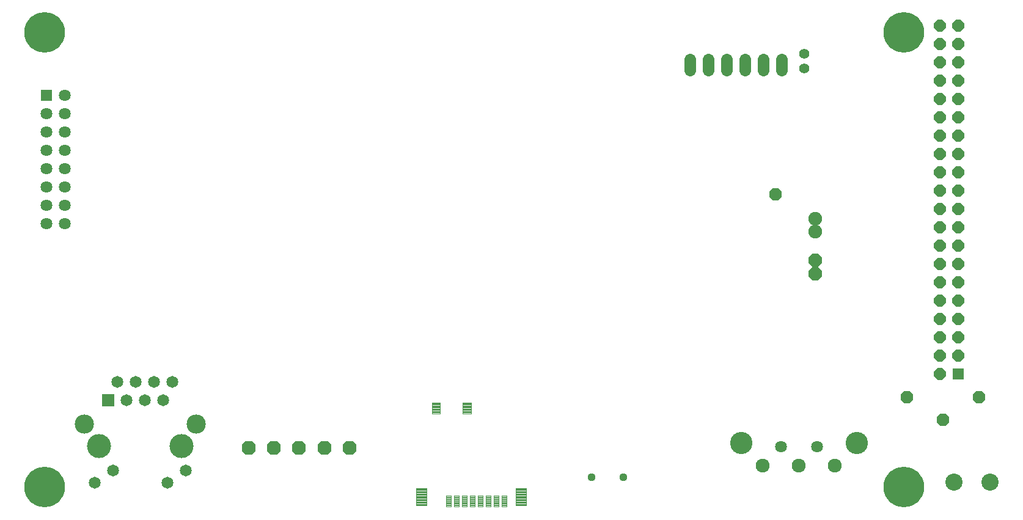
<source format=gbs>
G75*
%MOIN*%
%OFA0B0*%
%FSLAX25Y25*%
%IPPOS*%
%LPD*%
%AMOC8*
5,1,8,0,0,1.08239X$1,22.5*
%
%ADD10OC8,0.06996*%
%ADD11R,0.06406X0.06406*%
%ADD12OC8,0.06406*%
%ADD13C,0.06406*%
%ADD14OC8,0.07587*%
%ADD15C,0.07587*%
%ADD16C,0.12161*%
%ADD17C,0.00488*%
%ADD18C,0.00435*%
%ADD19C,0.00435*%
%ADD20C,0.06500*%
%ADD21R,0.06500X0.06500*%
%ADD22C,0.13098*%
%ADD23C,0.10500*%
%ADD24C,0.04437*%
%ADD25C,0.09358*%
%ADD26C,0.06406*%
%ADD27C,0.05500*%
%ADD28C,0.07500*%
%ADD29OC8,0.07500*%
%ADD30C,0.22154*%
D10*
X0466228Y0338045D03*
X0537943Y0227495D03*
X0557628Y0214896D03*
X0577314Y0227495D03*
D11*
X0565912Y0240193D03*
X0068628Y0391945D03*
D12*
X0555912Y0390193D03*
X0555912Y0400193D03*
X0555912Y0410193D03*
X0555912Y0420193D03*
X0555912Y0430193D03*
X0565912Y0430193D03*
X0565912Y0420193D03*
X0565912Y0410193D03*
X0565912Y0400193D03*
X0565912Y0390193D03*
X0565912Y0380193D03*
X0555912Y0380193D03*
X0555912Y0370193D03*
X0565912Y0370193D03*
X0565912Y0360193D03*
X0555912Y0360193D03*
X0555912Y0350193D03*
X0565912Y0350193D03*
X0565912Y0340193D03*
X0555912Y0340193D03*
X0555912Y0330193D03*
X0565912Y0330193D03*
X0565912Y0320193D03*
X0555912Y0320193D03*
X0555912Y0310193D03*
X0565912Y0310193D03*
X0565912Y0300193D03*
X0555912Y0300193D03*
X0555912Y0290193D03*
X0565912Y0290193D03*
X0565912Y0280193D03*
X0555912Y0280193D03*
X0555912Y0270193D03*
X0565912Y0270193D03*
X0565912Y0260193D03*
X0555912Y0260193D03*
X0555912Y0250193D03*
X0565912Y0250193D03*
X0555912Y0240193D03*
D13*
X0488983Y0200272D03*
X0469298Y0200272D03*
X0078628Y0321945D03*
X0068628Y0321945D03*
X0068628Y0331945D03*
X0078628Y0331945D03*
X0078628Y0341945D03*
X0068628Y0341945D03*
X0068628Y0351945D03*
X0078628Y0351945D03*
X0078628Y0361945D03*
X0068628Y0361945D03*
X0068628Y0371945D03*
X0078628Y0371945D03*
X0078628Y0381945D03*
X0068628Y0381945D03*
X0078628Y0391945D03*
D14*
X0178943Y0199878D03*
X0192723Y0199878D03*
X0206502Y0199878D03*
X0220282Y0199878D03*
X0234062Y0199878D03*
D15*
X0459455Y0190035D03*
X0479140Y0190035D03*
X0498825Y0190035D03*
D16*
X0510636Y0202240D03*
X0447644Y0202240D03*
D17*
X0319698Y0173703D02*
X0316930Y0173703D01*
X0319698Y0173703D02*
X0319698Y0167785D01*
X0316930Y0167785D01*
X0316930Y0173703D01*
X0316930Y0168272D02*
X0319698Y0168272D01*
X0319698Y0168759D02*
X0316930Y0168759D01*
X0316930Y0169246D02*
X0319698Y0169246D01*
X0319698Y0169733D02*
X0316930Y0169733D01*
X0316930Y0170220D02*
X0319698Y0170220D01*
X0319698Y0170707D02*
X0316930Y0170707D01*
X0316930Y0171194D02*
X0319698Y0171194D01*
X0319698Y0171681D02*
X0316930Y0171681D01*
X0316930Y0172168D02*
X0319698Y0172168D01*
X0319698Y0172655D02*
X0316930Y0172655D01*
X0316930Y0173142D02*
X0319698Y0173142D01*
X0319698Y0173629D02*
X0316930Y0173629D01*
X0315367Y0173703D02*
X0312599Y0173703D01*
X0315367Y0173703D02*
X0315367Y0167785D01*
X0312599Y0167785D01*
X0312599Y0173703D01*
X0312599Y0168272D02*
X0315367Y0168272D01*
X0315367Y0168759D02*
X0312599Y0168759D01*
X0312599Y0169246D02*
X0315367Y0169246D01*
X0315367Y0169733D02*
X0312599Y0169733D01*
X0312599Y0170220D02*
X0315367Y0170220D01*
X0315367Y0170707D02*
X0312599Y0170707D01*
X0312599Y0171194D02*
X0315367Y0171194D01*
X0315367Y0171681D02*
X0312599Y0171681D01*
X0312599Y0172168D02*
X0315367Y0172168D01*
X0315367Y0172655D02*
X0312599Y0172655D01*
X0312599Y0173142D02*
X0315367Y0173142D01*
X0315367Y0173629D02*
X0312599Y0173629D01*
X0311036Y0173703D02*
X0308268Y0173703D01*
X0311036Y0173703D02*
X0311036Y0167785D01*
X0308268Y0167785D01*
X0308268Y0173703D01*
X0308268Y0168272D02*
X0311036Y0168272D01*
X0311036Y0168759D02*
X0308268Y0168759D01*
X0308268Y0169246D02*
X0311036Y0169246D01*
X0311036Y0169733D02*
X0308268Y0169733D01*
X0308268Y0170220D02*
X0311036Y0170220D01*
X0311036Y0170707D02*
X0308268Y0170707D01*
X0308268Y0171194D02*
X0311036Y0171194D01*
X0311036Y0171681D02*
X0308268Y0171681D01*
X0308268Y0172168D02*
X0311036Y0172168D01*
X0311036Y0172655D02*
X0308268Y0172655D01*
X0308268Y0173142D02*
X0311036Y0173142D01*
X0311036Y0173629D02*
X0308268Y0173629D01*
X0306705Y0173703D02*
X0303937Y0173703D01*
X0306705Y0173703D02*
X0306705Y0167785D01*
X0303937Y0167785D01*
X0303937Y0173703D01*
X0303937Y0168272D02*
X0306705Y0168272D01*
X0306705Y0168759D02*
X0303937Y0168759D01*
X0303937Y0169246D02*
X0306705Y0169246D01*
X0306705Y0169733D02*
X0303937Y0169733D01*
X0303937Y0170220D02*
X0306705Y0170220D01*
X0306705Y0170707D02*
X0303937Y0170707D01*
X0303937Y0171194D02*
X0306705Y0171194D01*
X0306705Y0171681D02*
X0303937Y0171681D01*
X0303937Y0172168D02*
X0306705Y0172168D01*
X0306705Y0172655D02*
X0303937Y0172655D01*
X0303937Y0173142D02*
X0306705Y0173142D01*
X0306705Y0173629D02*
X0303937Y0173629D01*
X0302375Y0173703D02*
X0299607Y0173703D01*
X0302375Y0173703D02*
X0302375Y0167785D01*
X0299607Y0167785D01*
X0299607Y0173703D01*
X0299607Y0168272D02*
X0302375Y0168272D01*
X0302375Y0168759D02*
X0299607Y0168759D01*
X0299607Y0169246D02*
X0302375Y0169246D01*
X0302375Y0169733D02*
X0299607Y0169733D01*
X0299607Y0170220D02*
X0302375Y0170220D01*
X0302375Y0170707D02*
X0299607Y0170707D01*
X0299607Y0171194D02*
X0302375Y0171194D01*
X0302375Y0171681D02*
X0299607Y0171681D01*
X0299607Y0172168D02*
X0302375Y0172168D01*
X0302375Y0172655D02*
X0299607Y0172655D01*
X0299607Y0173142D02*
X0302375Y0173142D01*
X0302375Y0173629D02*
X0299607Y0173629D01*
X0298044Y0173703D02*
X0295276Y0173703D01*
X0298044Y0173703D02*
X0298044Y0167785D01*
X0295276Y0167785D01*
X0295276Y0173703D01*
X0295276Y0168272D02*
X0298044Y0168272D01*
X0298044Y0168759D02*
X0295276Y0168759D01*
X0295276Y0169246D02*
X0298044Y0169246D01*
X0298044Y0169733D02*
X0295276Y0169733D01*
X0295276Y0170220D02*
X0298044Y0170220D01*
X0298044Y0170707D02*
X0295276Y0170707D01*
X0295276Y0171194D02*
X0298044Y0171194D01*
X0298044Y0171681D02*
X0295276Y0171681D01*
X0295276Y0172168D02*
X0298044Y0172168D01*
X0298044Y0172655D02*
X0295276Y0172655D01*
X0295276Y0173142D02*
X0298044Y0173142D01*
X0298044Y0173629D02*
X0295276Y0173629D01*
X0293713Y0173703D02*
X0290945Y0173703D01*
X0293713Y0173703D02*
X0293713Y0167785D01*
X0290945Y0167785D01*
X0290945Y0173703D01*
X0290945Y0168272D02*
X0293713Y0168272D01*
X0293713Y0168759D02*
X0290945Y0168759D01*
X0290945Y0169246D02*
X0293713Y0169246D01*
X0293713Y0169733D02*
X0290945Y0169733D01*
X0290945Y0170220D02*
X0293713Y0170220D01*
X0293713Y0170707D02*
X0290945Y0170707D01*
X0290945Y0171194D02*
X0293713Y0171194D01*
X0293713Y0171681D02*
X0290945Y0171681D01*
X0290945Y0172168D02*
X0293713Y0172168D01*
X0293713Y0172655D02*
X0290945Y0172655D01*
X0290945Y0173142D02*
X0293713Y0173142D01*
X0293713Y0173629D02*
X0290945Y0173629D01*
X0289383Y0173703D02*
X0286615Y0173703D01*
X0289383Y0173703D02*
X0289383Y0167785D01*
X0286615Y0167785D01*
X0286615Y0173703D01*
X0286615Y0168272D02*
X0289383Y0168272D01*
X0289383Y0168759D02*
X0286615Y0168759D01*
X0286615Y0169246D02*
X0289383Y0169246D01*
X0289383Y0169733D02*
X0286615Y0169733D01*
X0286615Y0170220D02*
X0289383Y0170220D01*
X0289383Y0170707D02*
X0286615Y0170707D01*
X0286615Y0171194D02*
X0289383Y0171194D01*
X0289383Y0171681D02*
X0286615Y0171681D01*
X0286615Y0172168D02*
X0289383Y0172168D01*
X0289383Y0172655D02*
X0286615Y0172655D01*
X0286615Y0173142D02*
X0289383Y0173142D01*
X0289383Y0173629D02*
X0286615Y0173629D01*
D18*
X0276122Y0177568D02*
X0270348Y0177568D01*
X0276122Y0177568D02*
X0276122Y0168330D01*
X0270348Y0168330D01*
X0270348Y0177568D01*
X0270348Y0168764D02*
X0276122Y0168764D01*
X0276122Y0169198D02*
X0270348Y0169198D01*
X0270348Y0169632D02*
X0276122Y0169632D01*
X0276122Y0170066D02*
X0270348Y0170066D01*
X0270348Y0170500D02*
X0276122Y0170500D01*
X0276122Y0170934D02*
X0270348Y0170934D01*
X0270348Y0171368D02*
X0276122Y0171368D01*
X0276122Y0171802D02*
X0270348Y0171802D01*
X0270348Y0172236D02*
X0276122Y0172236D01*
X0276122Y0172670D02*
X0270348Y0172670D01*
X0270348Y0173104D02*
X0276122Y0173104D01*
X0276122Y0173538D02*
X0270348Y0173538D01*
X0270348Y0173972D02*
X0276122Y0173972D01*
X0276122Y0174406D02*
X0270348Y0174406D01*
X0270348Y0174840D02*
X0276122Y0174840D01*
X0276122Y0175274D02*
X0270348Y0175274D01*
X0270348Y0175708D02*
X0276122Y0175708D01*
X0276122Y0176142D02*
X0270348Y0176142D01*
X0270348Y0176576D02*
X0276122Y0176576D01*
X0276122Y0177010D02*
X0270348Y0177010D01*
X0270348Y0177444D02*
X0276122Y0177444D01*
X0324678Y0177568D02*
X0330452Y0177568D01*
X0330452Y0168330D01*
X0324678Y0168330D01*
X0324678Y0177568D01*
X0324678Y0168764D02*
X0330452Y0168764D01*
X0330452Y0169198D02*
X0324678Y0169198D01*
X0324678Y0169632D02*
X0330452Y0169632D01*
X0330452Y0170066D02*
X0324678Y0170066D01*
X0324678Y0170500D02*
X0330452Y0170500D01*
X0330452Y0170934D02*
X0324678Y0170934D01*
X0324678Y0171368D02*
X0330452Y0171368D01*
X0330452Y0171802D02*
X0324678Y0171802D01*
X0324678Y0172236D02*
X0330452Y0172236D01*
X0330452Y0172670D02*
X0324678Y0172670D01*
X0324678Y0173104D02*
X0330452Y0173104D01*
X0330452Y0173538D02*
X0324678Y0173538D01*
X0324678Y0173972D02*
X0330452Y0173972D01*
X0330452Y0174406D02*
X0324678Y0174406D01*
X0324678Y0174840D02*
X0330452Y0174840D01*
X0330452Y0175274D02*
X0324678Y0175274D01*
X0324678Y0175708D02*
X0330452Y0175708D01*
X0330452Y0176142D02*
X0324678Y0176142D01*
X0324678Y0176576D02*
X0330452Y0176576D01*
X0330452Y0177010D02*
X0324678Y0177010D01*
X0324678Y0177444D02*
X0330452Y0177444D01*
D19*
X0300236Y0224517D02*
X0295840Y0224517D01*
X0300236Y0224517D02*
X0300236Y0218545D01*
X0295840Y0218545D01*
X0295840Y0224517D01*
X0295840Y0218979D02*
X0300236Y0218979D01*
X0300236Y0219413D02*
X0295840Y0219413D01*
X0295840Y0219847D02*
X0300236Y0219847D01*
X0300236Y0220281D02*
X0295840Y0220281D01*
X0295840Y0220715D02*
X0300236Y0220715D01*
X0300236Y0221149D02*
X0295840Y0221149D01*
X0295840Y0221583D02*
X0300236Y0221583D01*
X0300236Y0222017D02*
X0295840Y0222017D01*
X0295840Y0222451D02*
X0300236Y0222451D01*
X0300236Y0222885D02*
X0295840Y0222885D01*
X0295840Y0223319D02*
X0300236Y0223319D01*
X0300236Y0223753D02*
X0295840Y0223753D01*
X0295840Y0224187D02*
X0300236Y0224187D01*
X0283307Y0224517D02*
X0278911Y0224517D01*
X0283307Y0224517D02*
X0283307Y0218545D01*
X0278911Y0218545D01*
X0278911Y0224517D01*
X0278911Y0218979D02*
X0283307Y0218979D01*
X0283307Y0219413D02*
X0278911Y0219413D01*
X0278911Y0219847D02*
X0283307Y0219847D01*
X0283307Y0220281D02*
X0278911Y0220281D01*
X0278911Y0220715D02*
X0283307Y0220715D01*
X0283307Y0221149D02*
X0278911Y0221149D01*
X0278911Y0221583D02*
X0283307Y0221583D01*
X0283307Y0222017D02*
X0278911Y0222017D01*
X0278911Y0222451D02*
X0283307Y0222451D01*
X0283307Y0222885D02*
X0278911Y0222885D01*
X0278911Y0223319D02*
X0283307Y0223319D01*
X0283307Y0223753D02*
X0278911Y0223753D01*
X0278911Y0224187D02*
X0283307Y0224187D01*
D20*
X0144790Y0187555D03*
X0134790Y0180862D03*
X0104987Y0187555D03*
X0094987Y0180862D03*
X0112388Y0225862D03*
X0122388Y0225862D03*
X0132388Y0225862D03*
X0127388Y0235862D03*
X0137388Y0235862D03*
X0117388Y0235862D03*
X0107388Y0235862D03*
D21*
X0102388Y0225862D03*
D22*
X0097388Y0200862D03*
X0142388Y0200862D03*
D23*
X0150400Y0212870D03*
X0089377Y0212870D03*
D24*
X0366148Y0183736D03*
X0383471Y0183736D03*
D25*
X0563786Y0180980D03*
X0583471Y0180980D03*
D26*
X0469678Y0405792D02*
X0469678Y0411698D01*
X0459678Y0411698D02*
X0459678Y0405792D01*
X0449678Y0405792D02*
X0449678Y0411698D01*
X0439678Y0411698D02*
X0439678Y0405792D01*
X0429678Y0405792D02*
X0429678Y0411698D01*
X0419678Y0411698D02*
X0419678Y0405792D01*
D27*
X0482028Y0406708D03*
X0482028Y0414582D03*
D28*
X0488178Y0324806D03*
X0488178Y0317719D03*
D29*
X0488178Y0301971D03*
X0488178Y0294884D03*
D30*
X0067723Y0178224D03*
X0067723Y0426256D03*
X0536227Y0426256D03*
X0536227Y0178224D03*
M02*

</source>
